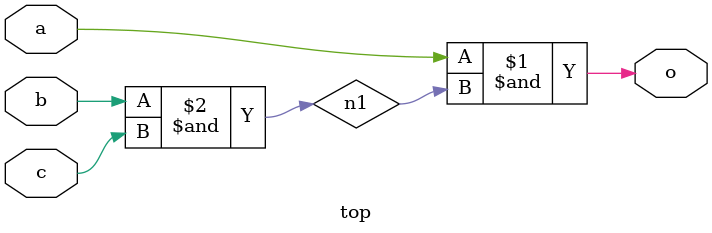
<source format=v>
module top(o, a, b, c);
output o;
input a, b, c;
and g2(o, a, n1);
and g1(n1, b, c);
endmodule

</source>
